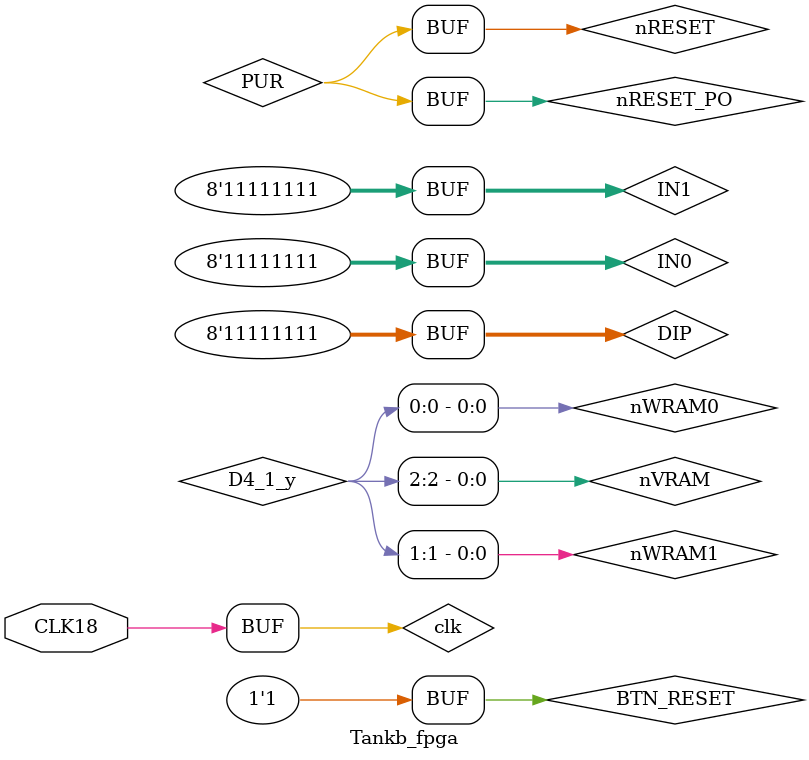
<source format=v>
module Tankb_fpga(
	input CLK18
	//output VGA_HS,
	//output VGA_VS,
	//output	[5:0]VGA_R,
	//output	[5:0]VGA_G,
	//output	[5:0]VGA_B
	//input BTN_RESET
	//input BTN_OSD,
	//input BTN_USER,
	//input [4:0] BUTTONS
);

reg BTN_RESET = 1'b1;

//power-on reset
reg [5:0] reset_cnt = 0;
wire nRESET_PO = &reset_cnt;
always @(posedge clk) begin
    reset_cnt <= reset_cnt + !nRESET_PO; //!nRESET
end
//end power-on reset
//wire & reg setup
wire clk=CLK18;
wire PUR = nRESET;
wire A5_1_nq,A6_1_q,A6_1_nq,A6_2_q,A6_2_nq;
wire H1,H2,H4,H8,H16,H32,H64,H128,nH256;
wire A5_2_d=(~H64 & H32);
wire H256=~nH256;
wire B6_ca,C6_ca,E6_ca,D6_ca;
wire nHSYNC;
wire M6Hz=~A6_2_q;
wire nM6PRI=A6_1_nq;//schematics?
wire D5_2_nq;
wire Phi=H4;
wire nH4_nH8=(~H4 & ~H8);
wire V1,V2,V4,V8,V16,V32,V64,V128,nVSYNC;
wire H256star,nH256star;
wire nCOMPSYNC=(nHSYNC & nVSYNC);
wire nINTACK,nIRQ,VBLANK;
wire F5_1_d=~(V128 & V64 & V32);
wire [7:0] L2_q,K2_d;
wire J2_q;
wire [5:0] J3_q;
wire BLUE,GREEN,RED,RBG2;
wire E5_14=!(H4 & H2 & H1);
wire [3:0] D4_2_y;
wire C4_11=(D4_2_y[2] & D4_2_y[0]);
wire [3:0] B2_y,C2_y,B3_y;
wire [11:0] VA;
//new wire & reg
wire Phi2=Phi;
wire NMION = J4_q[7];
wire nNMI = ~(VBLANK & NMION);
//wire nRESET = ~(~nRESET_PO | ~BTN_RESET);
wire nRESET = (nRESET_PO & BTN_RESET);
//wire nRESET = (nRESET_PO);
//end wire & reg setup 

//start of clk pll



//end of clk pll

////wires
wire nDIPSW,F4_o9,F4_o8,F4_o6,nIN1,nIN0,nWDR,nOUT1,nOUT0;
wire [7:0] rom1a_dout,rom1b_dout,rom1c_dout,rom1d_dout;
wire [7:0] ram1e1j_dout,ram1f1k_dout,ram1h1l_dout,vram_dout,bullet_dout;
wire [7:0]DIP = 8'b11111111;
wire [7:0]IN1 = 8'b11111111;
wire [7:0]IN0 = 8'b11111111;
wire DIP_Y,IN1_Y,IN0_Y;

//start of address decoding

//assign nROM=!(Phi2 & A[13]);
wire nPhi2,nWO,C4_6,nROM;
assign nROM=!A[13];//temporary replacement for above
wire [3:0] C3_1_y;

   ls139 icC3_1(
    .a(A[11]),
    .b(A[12]),
    .n_g(nROM),
    .y(C3_1_y)
  );

wire nROM_A1_cs = C3_1_y[0];
wire nROM_B1_cs = C3_1_y[1];
wire nROM_C1_cs = C3_1_y[2];
wire nROM_D1_cs = C3_1_y[3];


wire [3:0] C3_2_y,D4_1_y;
assign nPhi2=~Phi2;
assign E4_3=!(nROM & H2);
assign C4_6=(E4_3 & C3_2_y[1]);
//assign C4_6=(!nROM & C3_2_y[1]);

   ls139 icC3_2(
    .a(r_w),
    .b(1'b0),//nPhi2 1'b0
    .n_g(A[13]),
    .y(C3_2_y)
  );
  
assign nWO=C3_2_y[0];

   ls139 icD4_1(
    .a(A[10]),//AB
    .b(A[11]),//AB
    .n_g(C4_6),
    .y(D4_1_y)
  );

wire nVRAM=D4_1_y[2];
wire nWRAM1=D4_1_y[1];
wire nWRAM0=D4_1_y[0];

   ls42 icF4(
    .in({D4_1_y[3],nWO,A[4],A[3]}),//AB
  	 .out({F4_o9,F4_o8,nDIPSW,F4_o6,nIN1,nIN0,nWDR,nINTACK,nOUT1,nOUT0})
   );

//end address decode

//start horizontal timer
   ls107 icA6_1(
    .clear(PUR), 
    .clk(~clk),
    .j(A6_2_nq),
    .k(PUR),
    .q(A6_1_q),
    .qnot(A6_1_nq)
   );

   ls107 icA6_2(
    .clear(PUR), 
    .clk(~clk),
    .j(A6_1_q),
    .k(PUR),
    .q(A6_2_q),
    .qnot(A6_2_nq)
   );

   ls74 icA5(
    .n_pre1(PUR),
    .n_pre2(PUR),
    .n_clr1(PUR),
    .n_clr2(H256),
    .clk1(M6Hz),
    .clk2(H16),
    .d1(A5_1_nq),
    .d2(A5_2_d),
    .q1(H1),
    .n_q1(A5_1_nq),
    .q2(),
    .n_q2(nHSYNC)
   );

   ls161 icB6(
    .n_clr(PUR),
    .clk(M6Hz),
    .din(4'b0),
    .enp(H1), 
    .ent(H1),
    .n_load(PUR),
    .q({H16,H8,H4,H2}),
    .rco(B6_ca)
   );

   ls161 icC6(
    .n_clr(PUR),
    .clk(M6Hz),
    .din(4'b0100),
    .enp(B6_ca), 
    .ent(B6_ca),
    .n_load(~C6_ca),
    .q({nH256,H128,H64,H32}),
    .rco(C6_ca)
   );
//end horizontal timer

//start vertical timer

   ls74 icD5(
    .n_pre1(PUR),
    .n_pre2(PUR),
    .n_clr1(PUR),
    .n_clr2(PUR),
    .clk1(H8),
    .clk2(nHSYNC),
    .d1(H256),
    .d2(D5_2_nq),
    .q1(H256star),
    .n_q1(nH256star),
    .q2(V1),
    .n_q2(D5_2_nq)
   );  

   ls161 icD6(
    .n_clr(PUR),
    .clk(nHSYNC),
    .din(4'b1100),
    .enp(V1), 
    .ent(V1),
    .n_load(~E6_ca),
    .q({V16,V8,V4,V2}),
    .rco(D6_ca)
   );

   ls161 icE6(
    .n_clr(PUR),
    .clk(nHSYNC),
    .din(4'b0111),
    .enp(D6_ca), 
    .ent(D6_ca),
    .n_load(~E6_ca),
    .q({nVSYNC,V128,V64,V32}),
    .rco(E6_ca)
   );

//end vertical timer
//vblank

   ls74 icF5(
    .n_pre1(PUR),
    .n_pre2(nINTACK),
    .n_clr1(PUR),
    .n_clr2(PUR),
    .clk1(V16),
    .clk2(V16),
    .d1(F5_1_d),
    .d2(1'b0),
    .q1(),
    .n_q1(VBLANK),
    .q2(nIRQ),
    .n_q2()
  );  

//end vblank
//start screen render 3

wire [7:0] dsp_din;

   ls273 icL2(
	.d(dsp_din),
	.clk(H4),
	.res(PUR),
	.q(L2_q)
   );

   rom2716_cs K2(
	.addr({L2_q,V4,V2,V1}),
	.clk(clk),
	.n_cs(nPhi2),//!nPhi2 ,1'b0
	.q(K2_d)
   );

   ls166 icJ2(
    .clk(M6Hz),
    .load(C4_11),
    .in(K2_d),
    .out(J2_q)
   );

//end of screen render 3
//start of screen render 4

   ls174 icJ3(
	.d(L2_q[7:2]),
	.clk(C4_11),
	.mr(PUR),
	.q(J3_q)
   );

   prom7052_cs icL3(
	.addr({J3_q[5:0],E3_q,J2_q}),//was 1'b0
	.clk(clk),
	.n_cs(VBLANK),
	.q({BLUE,GREEN,RED,RBG2})
   );

//end of screen render 4
//screen render 1a

   ls139 icD4_2(
    .a(H256),
    .b(H256star),
    .n_g(E5_14),
    .y(D4_2_y)
  );

//end of screen render 1a
//start of address buffers
wire C4_3=(1'b1 & H256);//nPhi2 - 1'b1

   ls157 icB2(
	.i0({4{1'b0}}),
	.i1({PUR,1'b0,V128,V64}),
	.n_e(C4_3),//1'b0
	.s(1'b1),
	.z(B2_y)
  );

assign VA[11]=B2_y[3];
assign VA[10]=B2_y[2];
assign VA[9]=B2_y[1];
assign VA[8]=B2_y[0];

   ls157 icC2(
	.i0({4{1'b0}}),
	.i1({V32,V16,V8,H128}),
	.n_e(C4_3),//
	.s(1'b1),
	.z(C2_y)
  );

assign VA[7]=C2_y[3];
assign VA[6]=C2_y[2];
assign VA[5]=C2_y[1];
assign VA[4]=C2_y[0];

   ls157 icB3(
	.i0({4{1'b0}}),
	.i1({H64,H32,H16,H8}),
	.n_e(1'b0),
	.s(1'b1),
	.z(B3_y)
  );

assign VA[3]=B3_y[3];
assign VA[2]=B3_y[2];
assign VA[1]=B3_y[1];
assign VA[0]=B3_y[0];

//end of address buffers
//start of video out

  //assign VGA_R = {6{RED}};
  //assign VGA_G = {6{GREEN}};
  //assign VGA_B = {6{BLUE}};
  //assign VGA_HS = nCOMPSYNC;
  
//end of video out
//start of cpuclk
wire cpu_clken;
clock cpu_clk1(
    .clk(clk),
    .rst_n(nRESET),
	.Phi2(Phi2),
    .cpu_clken(cpu_clken)
    );
//end of cpuclk
//CPU 6502
wire [15:0] A;
wire r_w;
wire [7:0] cpudata_in,cpudata_out;

arlet_6502 my_cpu(
    .clk    (clk),
    .enable (cpu_clken),//cpu_clken
    .rst_n  (nRESET),
    .ab     (A),
    .dbi    (cpudata_in),
    .dbo    (cpudata_out),
    .we     (r_w),
    .irq_n  (nIRQ),
    .nmi_n  (nNMI),//1'b0 nNMI
    .ready  (cpu_clken),
    .pc_monitor ()
    );

//end of CPU 6502  
//start of ROMs

   rom2716_a icA1(
	.addr(A[10:0]),//AB
	.clk(clk),
	.q(rom1a_dout)
   );

   rom2716_b icB1(
	.addr(A[10:0]),
	.clk(clk),
	.q(rom1b_dout)
   );

   rom2716_c icC1(
	.addr(A[10:0]),
	.clk(clk),
	.q(rom1c_dout)
   );

   rom2716_d icD1(
	.addr(A[10:0]),
	.clk(clk),
	.q(rom1d_dout)
   );

//end of ROMs
//start RAMs

	ram2114_DP icE1_J1( //a is cpu side, b is display side - WRAM0
	.data_a(cpudata_out),
	.data_b(),
	.addr_a(A[10:0]),
	.addr_b(VA[10:0]),
	.we_a(!nWO & !nWRAM0),//nWO
	.we_b(1'b0),
	.clk(clk),
	.q_a(ram1e1j_dout),
	.q_b(bullet_dout)
	);

   ram2114 icF1_K1( //WRAM1
	.data(cpudata_out),
	.addr(A[10:0]),
	.we(!nWO & !nWRAM1),//
	.clk(clk),
	.q(ram1f1k_dout) 
   );

	ram2114_DP icH1_L1( //a is cpu side, b is display side
	.data_a(cpudata_out),
	.data_b(),
	.addr_a(A[10:0]),
	.addr_b(VA[10:0]),
	.we_a(!nWO & !nVRAM),//nWO
	.we_b(1'b0),
	.clk(clk),
	.q_a(ram1h1l_dout),
	.q_b(vram_dout)
);

//end RAMs
//start of Address muxing

assign cpudata_in = !nROM_A1_cs ? rom1a_dout :
		     !nROM_B1_cs ? rom1b_dout :
		     !nROM_C1_cs ? rom1c_dout :
		     !nROM_D1_cs ? rom1d_dout :
		     !nWRAM0 ? ram1e1j_dout :
		     !nWRAM1 ? ram1f1k_dout :
		     !nVRAM ? ram1h1l_dout :
			  !nDIPSW ? {DIP_Y,7'b0000000} :
			  !nIN0 ? {IN0_Y,7'b0000000} :
			  !nIN1 ? {IN1_Y,7'b0000000} :
			 8'hFF;

wire nWRAM0_VA = (VA[11:4] == 8'b00000000);
wire nVRAM_VA = (VA[11:10] == 2'b10);

assign dsp_din = nWRAM0_VA ? bullet_dout :
				 nVRAM_VA ? vram_dout :
				 8'hFF;

//end of Address muxing
//bullet render 2

wire F3_out,E4_11,H3_ca;
wire [3:0] H3_sigma,H2_sigma;
assign F3_out=!(H256 & H2_sigma[3] & H2_sigma[2] & H2_sigma[1] & H2_sigma[0] & H3_sigma[3] & H3_sigma[2] & E4_11);

   ls283 icH3(
	.a({V8,V4,V2,V1}),
	.b(L2_q[3:0]),
	.c_in(1'b0),
	.sum(H3_sigma),
	.c_out(H3_ca)
  );

   ls283 icH2(
	.a({V128,V64,V32,V16}),
	.b(L2_q[7:4]),
	.c_in(H3_ca),
	.sum(H2_sigma),
	.c_out()
  );

wire [7:0] H2H3_Ain;//is this redundant?
assign H2H3_Ain = {V128,V64,V32,V16,V8,V4,V2,V1};//is this redundant?
wire [7:0] H2H3_out;//is this redundant?
assign H2H3_out = {H2_sigma,H3_sigma};//is this redunddant?

wire D2_d,E3_1_nq;
assign E4_11=!(H3_sigma[1] & H3_sigma[0]);

   ls74 icE3(
    .n_pre1(PUR),//PUR
    .n_pre2(PUR),//PUR
    .n_clr1(PUR),//PUR
    .n_clr2(nH256star),//nH256star
    .clk1(H8),
    .clk2(nM6PRI),//nM6PRI is not clear on schematic and guessed
    .d1(F3_out),
    .d2(D2_d),//D2_d
    .q1(),
    .n_q1(E3_1_nq),
    .q2(E3_q),//E3_q
    .n_q2()
  );  

wire E4_6,E5_out;
assign E4_6=!(H2 & H1);
assign E5_out=!(E3_1_nq & nH4_nH8 & E4_6);

//end of bullet render 2
//bullet render 1

wire [3:0] F2_q,E2_q;
wire F2_ca;
assign C5_3=(H256star & E5_out);

ls163 icF2(
	.n_clr(D4_2_y[2]),//D4_2_y[1] - maybe make this back
	.clk(M6Hz),
	.din(L2_q[3:0]),
	.enp(1'b1),
	.ent(1'b1),
	.n_load(D4_2_y[3]),
	.q(F2_q),
	.rco(F2_ca)
  );

   ls163 icE2(
	.n_clr(D4_2_y[2]),//D4_2_y[1] - maybe make this back
	.clk(M6Hz),
	.din(L2_q[7:4]),
	.enp(F2_ca),
	.ent(F2_ca),
	.n_load(D4_2_y[3]),
	.q(E2_q),
	.rco()
  );

   ram8125 icD2(
	.di(H256star),
	.addr({E2_q,F2_q}),
	.we(!M6Hz),//write enable low
	.clk(clk),//highest speed clock
	.cs(!C5_3),//chip select low
	.q(D2_d)
  );

//end of bullet render 1
//start of peripherals

	ls251 icF7(
		.CBA(A[2:0]),
		.s(nDIPSW),
		.D(DIP),
		.Y(DIP_Y),
		.W()
	);
	
	ls251 icD7(
		.CBA(A[2:0]),
		.s(nIN1),
		//.D({IN1[7:6],BTN_OSD,IN1[4:0]}),
		.D(IN1),
		.Y(IN1_Y),
		.W()
	);
	
	ls251 icE7(
		.CBA(A[2:0]),
		.s(nIN0),
		//.D({IN0[7:6],BTN_USER,BUTTONS[4:0]}),
		.D(IN0),
		.Y(IN0_Y),
		.W()
	);	

wire [7:0] J4_q;

	ls259 icJ4(
		.A(A[2:0]),
		.nE(nOUT1),
		.nC(nRESET),
		.D(cpudata_out[0]),
		.Q(J4_q)
	);
	
//end of peripherals

endmodule 
</source>
